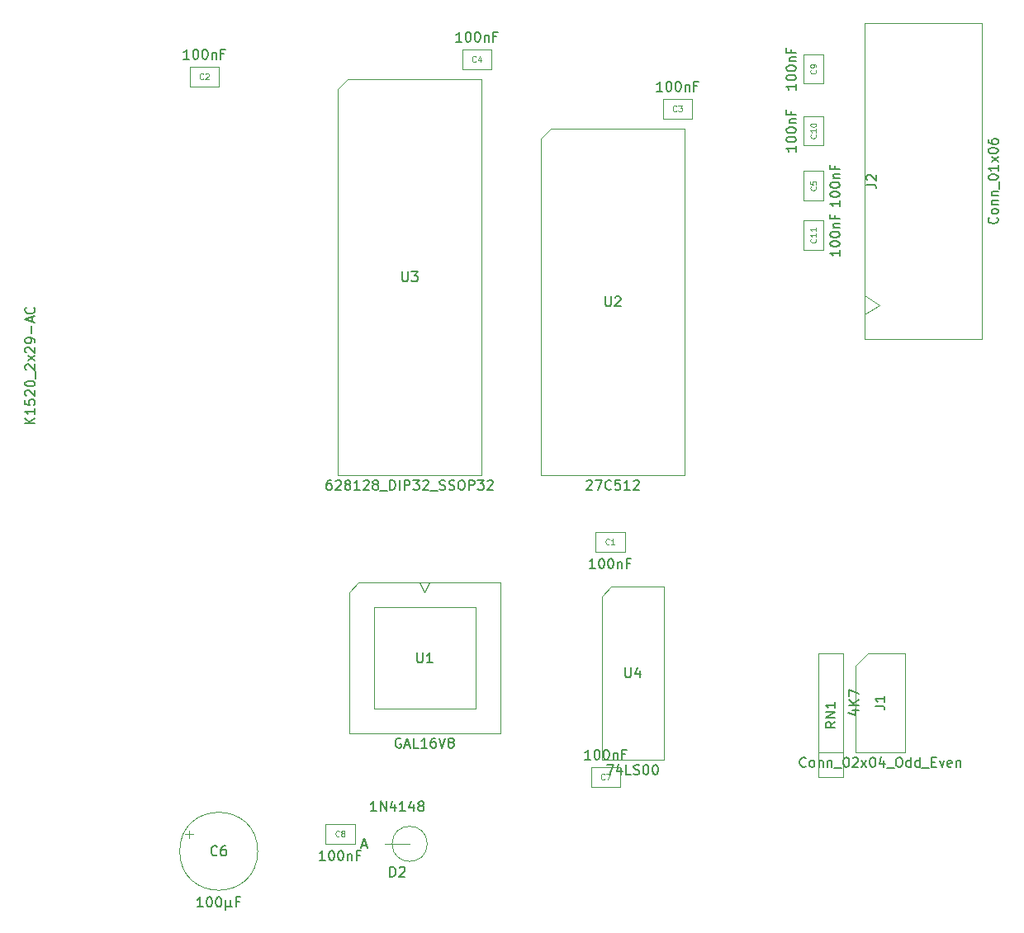
<source format=gbr>
%TF.GenerationSoftware,KiCad,Pcbnew,(5.1.10)-1*%
%TF.CreationDate,2024-12-04T14:35:01+01:00*%
%TF.ProjectId,BasicROM,42617369-6352-44f4-9d2e-6b696361645f,rev?*%
%TF.SameCoordinates,Original*%
%TF.FileFunction,Other,Fab,Top*%
%FSLAX46Y46*%
G04 Gerber Fmt 4.6, Leading zero omitted, Abs format (unit mm)*
G04 Created by KiCad (PCBNEW (5.1.10)-1) date 2024-12-04 14:35:01*
%MOMM*%
%LPD*%
G01*
G04 APERTURE LIST*
%ADD10C,0.100000*%
%ADD11C,0.150000*%
%ADD12C,0.090000*%
G04 APERTURE END LIST*
D10*
%TO.C,U4*%
X136763000Y-114046000D02*
X142113000Y-114046000D01*
X142113000Y-114046000D02*
X142113000Y-131826000D01*
X142113000Y-131826000D02*
X135763000Y-131826000D01*
X135763000Y-131826000D02*
X135763000Y-115046000D01*
X135763000Y-115046000D02*
X136763000Y-114046000D01*
%TO.C,C7*%
X137664000Y-134604000D02*
X137664000Y-132604000D01*
X137664000Y-132604000D02*
X134664000Y-132604000D01*
X134664000Y-132604000D02*
X134664000Y-134604000D01*
X134664000Y-134604000D02*
X137664000Y-134604000D01*
%TO.C,C5*%
X156480000Y-74418000D02*
X158480000Y-74418000D01*
X158480000Y-74418000D02*
X158480000Y-71418000D01*
X158480000Y-71418000D02*
X156480000Y-71418000D01*
X156480000Y-71418000D02*
X156480000Y-74418000D01*
%TO.C,J2*%
X164251000Y-85148000D02*
X162751000Y-86098000D01*
X162751000Y-84198000D02*
X164251000Y-85148000D01*
X162751000Y-56208000D02*
X162751000Y-88688000D01*
X174751000Y-56208000D02*
X162751000Y-56208000D01*
X174751000Y-88688000D02*
X174751000Y-56208000D01*
X162751000Y-88688000D02*
X174751000Y-88688000D01*
%TO.C,C11*%
X156480000Y-76498000D02*
X156480000Y-79498000D01*
X158480000Y-76498000D02*
X156480000Y-76498000D01*
X158480000Y-79498000D02*
X158480000Y-76498000D01*
X156480000Y-79498000D02*
X158480000Y-79498000D01*
%TO.C,C10*%
X158480000Y-68790000D02*
X158480000Y-65790000D01*
X156480000Y-68790000D02*
X158480000Y-68790000D01*
X156480000Y-65790000D02*
X156480000Y-68790000D01*
X158480000Y-65790000D02*
X156480000Y-65790000D01*
%TO.C,C9*%
X158480000Y-62440000D02*
X158480000Y-59440000D01*
X156480000Y-62440000D02*
X158480000Y-62440000D01*
X156480000Y-59440000D02*
X156480000Y-62440000D01*
X158480000Y-59440000D02*
X156480000Y-59440000D01*
%TO.C,U1*%
X117602000Y-114662000D02*
X118102000Y-113662000D01*
X117102000Y-113662000D02*
X117602000Y-114662000D01*
X122812000Y-116202000D02*
X112392000Y-116202000D01*
X122812000Y-126622000D02*
X122812000Y-116202000D01*
X112392000Y-126622000D02*
X122812000Y-126622000D01*
X112392000Y-116202000D02*
X112392000Y-126622000D01*
X125352000Y-113662000D02*
X110852000Y-113662000D01*
X125352000Y-129162000D02*
X125352000Y-113662000D01*
X109852000Y-129162000D02*
X125352000Y-129162000D01*
X109852000Y-114662000D02*
X109852000Y-129162000D01*
X110852000Y-113662000D02*
X109852000Y-114662000D01*
%TO.C,C3*%
X145030000Y-66024000D02*
X145030000Y-64024000D01*
X145030000Y-64024000D02*
X142030000Y-64024000D01*
X142030000Y-64024000D02*
X142030000Y-66024000D01*
X142030000Y-66024000D02*
X145030000Y-66024000D01*
%TO.C,U3*%
X109713000Y-61976000D02*
X123443000Y-61976000D01*
X123443000Y-61976000D02*
X123443000Y-102616000D01*
X123443000Y-102616000D02*
X108713000Y-102616000D01*
X108713000Y-102616000D02*
X108713000Y-62976000D01*
X108713000Y-62976000D02*
X109713000Y-61976000D01*
%TO.C,U2*%
X130541000Y-67056000D02*
X144271000Y-67056000D01*
X144271000Y-67056000D02*
X144271000Y-102616000D01*
X144271000Y-102616000D02*
X129541000Y-102616000D01*
X129541000Y-102616000D02*
X129541000Y-68056000D01*
X129541000Y-68056000D02*
X130541000Y-67056000D01*
%TO.C,RN1*%
X158008000Y-133624000D02*
X160508000Y-133624000D01*
X160508000Y-133624000D02*
X160508000Y-120884000D01*
X160508000Y-120884000D02*
X158008000Y-120884000D01*
X158008000Y-120884000D02*
X158008000Y-133624000D01*
X158008000Y-131064000D02*
X160508000Y-131064000D01*
%TO.C,J1*%
X163068000Y-120904000D02*
X166878000Y-120904000D01*
X166878000Y-120904000D02*
X166878000Y-131064000D01*
X166878000Y-131064000D02*
X161798000Y-131064000D01*
X161798000Y-131064000D02*
X161798000Y-122174000D01*
X161798000Y-122174000D02*
X163068000Y-120904000D01*
%TO.C,D2*%
X117878000Y-140462000D02*
G75*
G03*
X117878000Y-140462000I-1800000J0D01*
G01*
X116078000Y-140462000D02*
X113538000Y-140462000D01*
%TO.C,C8*%
X107446000Y-138446000D02*
X107446000Y-140446000D01*
X107446000Y-140446000D02*
X110446000Y-140446000D01*
X110446000Y-140446000D02*
X110446000Y-138446000D01*
X110446000Y-138446000D02*
X107446000Y-138446000D01*
%TO.C,C6*%
X100500000Y-141224000D02*
G75*
G03*
X100500000Y-141224000I-4000000J0D01*
G01*
X93073241Y-139476500D02*
X93873241Y-139476500D01*
X93473241Y-139076500D02*
X93473241Y-139876500D01*
%TO.C,C4*%
X124456000Y-60944000D02*
X124456000Y-58944000D01*
X124456000Y-58944000D02*
X121456000Y-58944000D01*
X121456000Y-58944000D02*
X121456000Y-60944000D01*
X121456000Y-60944000D02*
X124456000Y-60944000D01*
%TO.C,C2*%
X96516000Y-62722000D02*
X96516000Y-60722000D01*
X96516000Y-60722000D02*
X93516000Y-60722000D01*
X93516000Y-60722000D02*
X93516000Y-62722000D01*
X93516000Y-62722000D02*
X96516000Y-62722000D01*
%TO.C,C1*%
X135132000Y-108474000D02*
X135132000Y-110474000D01*
X135132000Y-110474000D02*
X138132000Y-110474000D01*
X138132000Y-110474000D02*
X138132000Y-108474000D01*
X138132000Y-108474000D02*
X135132000Y-108474000D01*
%TD*%
%TO.C,U4*%
D11*
X136295142Y-132338380D02*
X136961809Y-132338380D01*
X136533238Y-133338380D01*
X137771333Y-132671714D02*
X137771333Y-133338380D01*
X137533238Y-132290761D02*
X137295142Y-133005047D01*
X137914190Y-133005047D01*
X138771333Y-133338380D02*
X138295142Y-133338380D01*
X138295142Y-132338380D01*
X139057047Y-133290761D02*
X139199904Y-133338380D01*
X139438000Y-133338380D01*
X139533238Y-133290761D01*
X139580857Y-133243142D01*
X139628476Y-133147904D01*
X139628476Y-133052666D01*
X139580857Y-132957428D01*
X139533238Y-132909809D01*
X139438000Y-132862190D01*
X139247523Y-132814571D01*
X139152285Y-132766952D01*
X139104666Y-132719333D01*
X139057047Y-132624095D01*
X139057047Y-132528857D01*
X139104666Y-132433619D01*
X139152285Y-132386000D01*
X139247523Y-132338380D01*
X139485619Y-132338380D01*
X139628476Y-132386000D01*
X140247523Y-132338380D02*
X140342761Y-132338380D01*
X140438000Y-132386000D01*
X140485619Y-132433619D01*
X140533238Y-132528857D01*
X140580857Y-132719333D01*
X140580857Y-132957428D01*
X140533238Y-133147904D01*
X140485619Y-133243142D01*
X140438000Y-133290761D01*
X140342761Y-133338380D01*
X140247523Y-133338380D01*
X140152285Y-133290761D01*
X140104666Y-133243142D01*
X140057047Y-133147904D01*
X140009428Y-132957428D01*
X140009428Y-132719333D01*
X140057047Y-132528857D01*
X140104666Y-132433619D01*
X140152285Y-132386000D01*
X140247523Y-132338380D01*
X141199904Y-132338380D02*
X141295142Y-132338380D01*
X141390380Y-132386000D01*
X141438000Y-132433619D01*
X141485619Y-132528857D01*
X141533238Y-132719333D01*
X141533238Y-132957428D01*
X141485619Y-133147904D01*
X141438000Y-133243142D01*
X141390380Y-133290761D01*
X141295142Y-133338380D01*
X141199904Y-133338380D01*
X141104666Y-133290761D01*
X141057047Y-133243142D01*
X141009428Y-133147904D01*
X140961809Y-132957428D01*
X140961809Y-132719333D01*
X141009428Y-132528857D01*
X141057047Y-132433619D01*
X141104666Y-132386000D01*
X141199904Y-132338380D01*
X138176095Y-122388380D02*
X138176095Y-123197904D01*
X138223714Y-123293142D01*
X138271333Y-123340761D01*
X138366571Y-123388380D01*
X138557047Y-123388380D01*
X138652285Y-123340761D01*
X138699904Y-123293142D01*
X138747523Y-123197904D01*
X138747523Y-122388380D01*
X139652285Y-122721714D02*
X139652285Y-123388380D01*
X139414190Y-122340761D02*
X139176095Y-123055047D01*
X139795142Y-123055047D01*
%TO.C,C7*%
X134616380Y-131806380D02*
X134044952Y-131806380D01*
X134330666Y-131806380D02*
X134330666Y-130806380D01*
X134235428Y-130949238D01*
X134140190Y-131044476D01*
X134044952Y-131092095D01*
X135235428Y-130806380D02*
X135330666Y-130806380D01*
X135425904Y-130854000D01*
X135473523Y-130901619D01*
X135521142Y-130996857D01*
X135568761Y-131187333D01*
X135568761Y-131425428D01*
X135521142Y-131615904D01*
X135473523Y-131711142D01*
X135425904Y-131758761D01*
X135330666Y-131806380D01*
X135235428Y-131806380D01*
X135140190Y-131758761D01*
X135092571Y-131711142D01*
X135044952Y-131615904D01*
X134997333Y-131425428D01*
X134997333Y-131187333D01*
X135044952Y-130996857D01*
X135092571Y-130901619D01*
X135140190Y-130854000D01*
X135235428Y-130806380D01*
X136187809Y-130806380D02*
X136283047Y-130806380D01*
X136378285Y-130854000D01*
X136425904Y-130901619D01*
X136473523Y-130996857D01*
X136521142Y-131187333D01*
X136521142Y-131425428D01*
X136473523Y-131615904D01*
X136425904Y-131711142D01*
X136378285Y-131758761D01*
X136283047Y-131806380D01*
X136187809Y-131806380D01*
X136092571Y-131758761D01*
X136044952Y-131711142D01*
X135997333Y-131615904D01*
X135949714Y-131425428D01*
X135949714Y-131187333D01*
X135997333Y-130996857D01*
X136044952Y-130901619D01*
X136092571Y-130854000D01*
X136187809Y-130806380D01*
X136949714Y-131139714D02*
X136949714Y-131806380D01*
X136949714Y-131234952D02*
X136997333Y-131187333D01*
X137092571Y-131139714D01*
X137235428Y-131139714D01*
X137330666Y-131187333D01*
X137378285Y-131282571D01*
X137378285Y-131806380D01*
X138187809Y-131282571D02*
X137854476Y-131282571D01*
X137854476Y-131806380D02*
X137854476Y-130806380D01*
X138330666Y-130806380D01*
D12*
X136064000Y-133818285D02*
X136035428Y-133846857D01*
X135949714Y-133875428D01*
X135892571Y-133875428D01*
X135806857Y-133846857D01*
X135749714Y-133789714D01*
X135721142Y-133732571D01*
X135692571Y-133618285D01*
X135692571Y-133532571D01*
X135721142Y-133418285D01*
X135749714Y-133361142D01*
X135806857Y-133304000D01*
X135892571Y-133275428D01*
X135949714Y-133275428D01*
X136035428Y-133304000D01*
X136064000Y-133332571D01*
X136264000Y-133275428D02*
X136664000Y-133275428D01*
X136406857Y-133875428D01*
%TO.C,C5*%
D11*
X160182380Y-74465619D02*
X160182380Y-75037047D01*
X160182380Y-74751333D02*
X159182380Y-74751333D01*
X159325238Y-74846571D01*
X159420476Y-74941809D01*
X159468095Y-75037047D01*
X159182380Y-73846571D02*
X159182380Y-73751333D01*
X159230000Y-73656095D01*
X159277619Y-73608476D01*
X159372857Y-73560857D01*
X159563333Y-73513238D01*
X159801428Y-73513238D01*
X159991904Y-73560857D01*
X160087142Y-73608476D01*
X160134761Y-73656095D01*
X160182380Y-73751333D01*
X160182380Y-73846571D01*
X160134761Y-73941809D01*
X160087142Y-73989428D01*
X159991904Y-74037047D01*
X159801428Y-74084666D01*
X159563333Y-74084666D01*
X159372857Y-74037047D01*
X159277619Y-73989428D01*
X159230000Y-73941809D01*
X159182380Y-73846571D01*
X159182380Y-72894190D02*
X159182380Y-72798952D01*
X159230000Y-72703714D01*
X159277619Y-72656095D01*
X159372857Y-72608476D01*
X159563333Y-72560857D01*
X159801428Y-72560857D01*
X159991904Y-72608476D01*
X160087142Y-72656095D01*
X160134761Y-72703714D01*
X160182380Y-72798952D01*
X160182380Y-72894190D01*
X160134761Y-72989428D01*
X160087142Y-73037047D01*
X159991904Y-73084666D01*
X159801428Y-73132285D01*
X159563333Y-73132285D01*
X159372857Y-73084666D01*
X159277619Y-73037047D01*
X159230000Y-72989428D01*
X159182380Y-72894190D01*
X159515714Y-72132285D02*
X160182380Y-72132285D01*
X159610952Y-72132285D02*
X159563333Y-72084666D01*
X159515714Y-71989428D01*
X159515714Y-71846571D01*
X159563333Y-71751333D01*
X159658571Y-71703714D01*
X160182380Y-71703714D01*
X159658571Y-70894190D02*
X159658571Y-71227523D01*
X160182380Y-71227523D02*
X159182380Y-71227523D01*
X159182380Y-70751333D01*
D12*
X157694285Y-73018000D02*
X157722857Y-73046571D01*
X157751428Y-73132285D01*
X157751428Y-73189428D01*
X157722857Y-73275142D01*
X157665714Y-73332285D01*
X157608571Y-73360857D01*
X157494285Y-73389428D01*
X157408571Y-73389428D01*
X157294285Y-73360857D01*
X157237142Y-73332285D01*
X157180000Y-73275142D01*
X157151428Y-73189428D01*
X157151428Y-73132285D01*
X157180000Y-73046571D01*
X157208571Y-73018000D01*
X157151428Y-72475142D02*
X157151428Y-72760857D01*
X157437142Y-72789428D01*
X157408571Y-72760857D01*
X157380000Y-72703714D01*
X157380000Y-72560857D01*
X157408571Y-72503714D01*
X157437142Y-72475142D01*
X157494285Y-72446571D01*
X157637142Y-72446571D01*
X157694285Y-72475142D01*
X157722857Y-72503714D01*
X157751428Y-72560857D01*
X157751428Y-72703714D01*
X157722857Y-72760857D01*
X157694285Y-72789428D01*
%TO.C,J2*%
D11*
X176308142Y-76186095D02*
X176355761Y-76233714D01*
X176403380Y-76376571D01*
X176403380Y-76471809D01*
X176355761Y-76614666D01*
X176260523Y-76709904D01*
X176165285Y-76757523D01*
X175974809Y-76805142D01*
X175831952Y-76805142D01*
X175641476Y-76757523D01*
X175546238Y-76709904D01*
X175451000Y-76614666D01*
X175403380Y-76471809D01*
X175403380Y-76376571D01*
X175451000Y-76233714D01*
X175498619Y-76186095D01*
X176403380Y-75614666D02*
X176355761Y-75709904D01*
X176308142Y-75757523D01*
X176212904Y-75805142D01*
X175927190Y-75805142D01*
X175831952Y-75757523D01*
X175784333Y-75709904D01*
X175736714Y-75614666D01*
X175736714Y-75471809D01*
X175784333Y-75376571D01*
X175831952Y-75328952D01*
X175927190Y-75281333D01*
X176212904Y-75281333D01*
X176308142Y-75328952D01*
X176355761Y-75376571D01*
X176403380Y-75471809D01*
X176403380Y-75614666D01*
X175736714Y-74852761D02*
X176403380Y-74852761D01*
X175831952Y-74852761D02*
X175784333Y-74805142D01*
X175736714Y-74709904D01*
X175736714Y-74567047D01*
X175784333Y-74471809D01*
X175879571Y-74424190D01*
X176403380Y-74424190D01*
X175736714Y-73948000D02*
X176403380Y-73948000D01*
X175831952Y-73948000D02*
X175784333Y-73900380D01*
X175736714Y-73805142D01*
X175736714Y-73662285D01*
X175784333Y-73567047D01*
X175879571Y-73519428D01*
X176403380Y-73519428D01*
X176498619Y-73281333D02*
X176498619Y-72519428D01*
X175403380Y-72090857D02*
X175403380Y-71995619D01*
X175451000Y-71900380D01*
X175498619Y-71852761D01*
X175593857Y-71805142D01*
X175784333Y-71757523D01*
X176022428Y-71757523D01*
X176212904Y-71805142D01*
X176308142Y-71852761D01*
X176355761Y-71900380D01*
X176403380Y-71995619D01*
X176403380Y-72090857D01*
X176355761Y-72186095D01*
X176308142Y-72233714D01*
X176212904Y-72281333D01*
X176022428Y-72328952D01*
X175784333Y-72328952D01*
X175593857Y-72281333D01*
X175498619Y-72233714D01*
X175451000Y-72186095D01*
X175403380Y-72090857D01*
X176403380Y-70805142D02*
X176403380Y-71376571D01*
X176403380Y-71090857D02*
X175403380Y-71090857D01*
X175546238Y-71186095D01*
X175641476Y-71281333D01*
X175689095Y-71376571D01*
X176403380Y-70471809D02*
X175736714Y-69948000D01*
X175736714Y-70471809D02*
X176403380Y-69948000D01*
X175403380Y-69376571D02*
X175403380Y-69281333D01*
X175451000Y-69186095D01*
X175498619Y-69138476D01*
X175593857Y-69090857D01*
X175784333Y-69043238D01*
X176022428Y-69043238D01*
X176212904Y-69090857D01*
X176308142Y-69138476D01*
X176355761Y-69186095D01*
X176403380Y-69281333D01*
X176403380Y-69376571D01*
X176355761Y-69471809D01*
X176308142Y-69519428D01*
X176212904Y-69567047D01*
X176022428Y-69614666D01*
X175784333Y-69614666D01*
X175593857Y-69567047D01*
X175498619Y-69519428D01*
X175451000Y-69471809D01*
X175403380Y-69376571D01*
X175403380Y-68186095D02*
X175403380Y-68376571D01*
X175451000Y-68471809D01*
X175498619Y-68519428D01*
X175641476Y-68614666D01*
X175831952Y-68662285D01*
X176212904Y-68662285D01*
X176308142Y-68614666D01*
X176355761Y-68567047D01*
X176403380Y-68471809D01*
X176403380Y-68281333D01*
X176355761Y-68186095D01*
X176308142Y-68138476D01*
X176212904Y-68090857D01*
X175974809Y-68090857D01*
X175879571Y-68138476D01*
X175831952Y-68186095D01*
X175784333Y-68281333D01*
X175784333Y-68471809D01*
X175831952Y-68567047D01*
X175879571Y-68614666D01*
X175974809Y-68662285D01*
X162903380Y-72781333D02*
X163617666Y-72781333D01*
X163760523Y-72828952D01*
X163855761Y-72924190D01*
X163903380Y-73067047D01*
X163903380Y-73162285D01*
X162998619Y-72352761D02*
X162951000Y-72305142D01*
X162903380Y-72209904D01*
X162903380Y-71971809D01*
X162951000Y-71876571D01*
X162998619Y-71828952D01*
X163093857Y-71781333D01*
X163189095Y-71781333D01*
X163331952Y-71828952D01*
X163903380Y-72400380D01*
X163903380Y-71781333D01*
%TO.C,C11*%
X160182380Y-79545619D02*
X160182380Y-80117047D01*
X160182380Y-79831333D02*
X159182380Y-79831333D01*
X159325238Y-79926571D01*
X159420476Y-80021809D01*
X159468095Y-80117047D01*
X159182380Y-78926571D02*
X159182380Y-78831333D01*
X159230000Y-78736095D01*
X159277619Y-78688476D01*
X159372857Y-78640857D01*
X159563333Y-78593238D01*
X159801428Y-78593238D01*
X159991904Y-78640857D01*
X160087142Y-78688476D01*
X160134761Y-78736095D01*
X160182380Y-78831333D01*
X160182380Y-78926571D01*
X160134761Y-79021809D01*
X160087142Y-79069428D01*
X159991904Y-79117047D01*
X159801428Y-79164666D01*
X159563333Y-79164666D01*
X159372857Y-79117047D01*
X159277619Y-79069428D01*
X159230000Y-79021809D01*
X159182380Y-78926571D01*
X159182380Y-77974190D02*
X159182380Y-77878952D01*
X159230000Y-77783714D01*
X159277619Y-77736095D01*
X159372857Y-77688476D01*
X159563333Y-77640857D01*
X159801428Y-77640857D01*
X159991904Y-77688476D01*
X160087142Y-77736095D01*
X160134761Y-77783714D01*
X160182380Y-77878952D01*
X160182380Y-77974190D01*
X160134761Y-78069428D01*
X160087142Y-78117047D01*
X159991904Y-78164666D01*
X159801428Y-78212285D01*
X159563333Y-78212285D01*
X159372857Y-78164666D01*
X159277619Y-78117047D01*
X159230000Y-78069428D01*
X159182380Y-77974190D01*
X159515714Y-77212285D02*
X160182380Y-77212285D01*
X159610952Y-77212285D02*
X159563333Y-77164666D01*
X159515714Y-77069428D01*
X159515714Y-76926571D01*
X159563333Y-76831333D01*
X159658571Y-76783714D01*
X160182380Y-76783714D01*
X159658571Y-75974190D02*
X159658571Y-76307523D01*
X160182380Y-76307523D02*
X159182380Y-76307523D01*
X159182380Y-75831333D01*
D12*
X157694285Y-78383714D02*
X157722857Y-78412285D01*
X157751428Y-78498000D01*
X157751428Y-78555142D01*
X157722857Y-78640857D01*
X157665714Y-78698000D01*
X157608571Y-78726571D01*
X157494285Y-78755142D01*
X157408571Y-78755142D01*
X157294285Y-78726571D01*
X157237142Y-78698000D01*
X157180000Y-78640857D01*
X157151428Y-78555142D01*
X157151428Y-78498000D01*
X157180000Y-78412285D01*
X157208571Y-78383714D01*
X157751428Y-77812285D02*
X157751428Y-78155142D01*
X157751428Y-77983714D02*
X157151428Y-77983714D01*
X157237142Y-78040857D01*
X157294285Y-78098000D01*
X157322857Y-78155142D01*
X157751428Y-77240857D02*
X157751428Y-77583714D01*
X157751428Y-77412285D02*
X157151428Y-77412285D01*
X157237142Y-77469428D01*
X157294285Y-77526571D01*
X157322857Y-77583714D01*
%TO.C,C10*%
D11*
X155682380Y-68837619D02*
X155682380Y-69409047D01*
X155682380Y-69123333D02*
X154682380Y-69123333D01*
X154825238Y-69218571D01*
X154920476Y-69313809D01*
X154968095Y-69409047D01*
X154682380Y-68218571D02*
X154682380Y-68123333D01*
X154730000Y-68028095D01*
X154777619Y-67980476D01*
X154872857Y-67932857D01*
X155063333Y-67885238D01*
X155301428Y-67885238D01*
X155491904Y-67932857D01*
X155587142Y-67980476D01*
X155634761Y-68028095D01*
X155682380Y-68123333D01*
X155682380Y-68218571D01*
X155634761Y-68313809D01*
X155587142Y-68361428D01*
X155491904Y-68409047D01*
X155301428Y-68456666D01*
X155063333Y-68456666D01*
X154872857Y-68409047D01*
X154777619Y-68361428D01*
X154730000Y-68313809D01*
X154682380Y-68218571D01*
X154682380Y-67266190D02*
X154682380Y-67170952D01*
X154730000Y-67075714D01*
X154777619Y-67028095D01*
X154872857Y-66980476D01*
X155063333Y-66932857D01*
X155301428Y-66932857D01*
X155491904Y-66980476D01*
X155587142Y-67028095D01*
X155634761Y-67075714D01*
X155682380Y-67170952D01*
X155682380Y-67266190D01*
X155634761Y-67361428D01*
X155587142Y-67409047D01*
X155491904Y-67456666D01*
X155301428Y-67504285D01*
X155063333Y-67504285D01*
X154872857Y-67456666D01*
X154777619Y-67409047D01*
X154730000Y-67361428D01*
X154682380Y-67266190D01*
X155015714Y-66504285D02*
X155682380Y-66504285D01*
X155110952Y-66504285D02*
X155063333Y-66456666D01*
X155015714Y-66361428D01*
X155015714Y-66218571D01*
X155063333Y-66123333D01*
X155158571Y-66075714D01*
X155682380Y-66075714D01*
X155158571Y-65266190D02*
X155158571Y-65599523D01*
X155682380Y-65599523D02*
X154682380Y-65599523D01*
X154682380Y-65123333D01*
D12*
X157694285Y-67675714D02*
X157722857Y-67704285D01*
X157751428Y-67790000D01*
X157751428Y-67847142D01*
X157722857Y-67932857D01*
X157665714Y-67990000D01*
X157608571Y-68018571D01*
X157494285Y-68047142D01*
X157408571Y-68047142D01*
X157294285Y-68018571D01*
X157237142Y-67990000D01*
X157180000Y-67932857D01*
X157151428Y-67847142D01*
X157151428Y-67790000D01*
X157180000Y-67704285D01*
X157208571Y-67675714D01*
X157751428Y-67104285D02*
X157751428Y-67447142D01*
X157751428Y-67275714D02*
X157151428Y-67275714D01*
X157237142Y-67332857D01*
X157294285Y-67390000D01*
X157322857Y-67447142D01*
X157151428Y-66732857D02*
X157151428Y-66675714D01*
X157180000Y-66618571D01*
X157208571Y-66590000D01*
X157265714Y-66561428D01*
X157380000Y-66532857D01*
X157522857Y-66532857D01*
X157637142Y-66561428D01*
X157694285Y-66590000D01*
X157722857Y-66618571D01*
X157751428Y-66675714D01*
X157751428Y-66732857D01*
X157722857Y-66790000D01*
X157694285Y-66818571D01*
X157637142Y-66847142D01*
X157522857Y-66875714D01*
X157380000Y-66875714D01*
X157265714Y-66847142D01*
X157208571Y-66818571D01*
X157180000Y-66790000D01*
X157151428Y-66732857D01*
%TO.C,C9*%
D11*
X155682380Y-62487619D02*
X155682380Y-63059047D01*
X155682380Y-62773333D02*
X154682380Y-62773333D01*
X154825238Y-62868571D01*
X154920476Y-62963809D01*
X154968095Y-63059047D01*
X154682380Y-61868571D02*
X154682380Y-61773333D01*
X154730000Y-61678095D01*
X154777619Y-61630476D01*
X154872857Y-61582857D01*
X155063333Y-61535238D01*
X155301428Y-61535238D01*
X155491904Y-61582857D01*
X155587142Y-61630476D01*
X155634761Y-61678095D01*
X155682380Y-61773333D01*
X155682380Y-61868571D01*
X155634761Y-61963809D01*
X155587142Y-62011428D01*
X155491904Y-62059047D01*
X155301428Y-62106666D01*
X155063333Y-62106666D01*
X154872857Y-62059047D01*
X154777619Y-62011428D01*
X154730000Y-61963809D01*
X154682380Y-61868571D01*
X154682380Y-60916190D02*
X154682380Y-60820952D01*
X154730000Y-60725714D01*
X154777619Y-60678095D01*
X154872857Y-60630476D01*
X155063333Y-60582857D01*
X155301428Y-60582857D01*
X155491904Y-60630476D01*
X155587142Y-60678095D01*
X155634761Y-60725714D01*
X155682380Y-60820952D01*
X155682380Y-60916190D01*
X155634761Y-61011428D01*
X155587142Y-61059047D01*
X155491904Y-61106666D01*
X155301428Y-61154285D01*
X155063333Y-61154285D01*
X154872857Y-61106666D01*
X154777619Y-61059047D01*
X154730000Y-61011428D01*
X154682380Y-60916190D01*
X155015714Y-60154285D02*
X155682380Y-60154285D01*
X155110952Y-60154285D02*
X155063333Y-60106666D01*
X155015714Y-60011428D01*
X155015714Y-59868571D01*
X155063333Y-59773333D01*
X155158571Y-59725714D01*
X155682380Y-59725714D01*
X155158571Y-58916190D02*
X155158571Y-59249523D01*
X155682380Y-59249523D02*
X154682380Y-59249523D01*
X154682380Y-58773333D01*
D12*
X157694285Y-61040000D02*
X157722857Y-61068571D01*
X157751428Y-61154285D01*
X157751428Y-61211428D01*
X157722857Y-61297142D01*
X157665714Y-61354285D01*
X157608571Y-61382857D01*
X157494285Y-61411428D01*
X157408571Y-61411428D01*
X157294285Y-61382857D01*
X157237142Y-61354285D01*
X157180000Y-61297142D01*
X157151428Y-61211428D01*
X157151428Y-61154285D01*
X157180000Y-61068571D01*
X157208571Y-61040000D01*
X157751428Y-60754285D02*
X157751428Y-60640000D01*
X157722857Y-60582857D01*
X157694285Y-60554285D01*
X157608571Y-60497142D01*
X157494285Y-60468571D01*
X157265714Y-60468571D01*
X157208571Y-60497142D01*
X157180000Y-60525714D01*
X157151428Y-60582857D01*
X157151428Y-60697142D01*
X157180000Y-60754285D01*
X157208571Y-60782857D01*
X157265714Y-60811428D01*
X157408571Y-60811428D01*
X157465714Y-60782857D01*
X157494285Y-60754285D01*
X157522857Y-60697142D01*
X157522857Y-60582857D01*
X157494285Y-60525714D01*
X157465714Y-60497142D01*
X157408571Y-60468571D01*
%TO.C,U1*%
D11*
X115173428Y-129662000D02*
X115078190Y-129614380D01*
X114935333Y-129614380D01*
X114792476Y-129662000D01*
X114697238Y-129757238D01*
X114649619Y-129852476D01*
X114602000Y-130042952D01*
X114602000Y-130185809D01*
X114649619Y-130376285D01*
X114697238Y-130471523D01*
X114792476Y-130566761D01*
X114935333Y-130614380D01*
X115030571Y-130614380D01*
X115173428Y-130566761D01*
X115221047Y-130519142D01*
X115221047Y-130185809D01*
X115030571Y-130185809D01*
X115602000Y-130328666D02*
X116078190Y-130328666D01*
X115506761Y-130614380D02*
X115840095Y-129614380D01*
X116173428Y-130614380D01*
X116982952Y-130614380D02*
X116506761Y-130614380D01*
X116506761Y-129614380D01*
X117840095Y-130614380D02*
X117268666Y-130614380D01*
X117554380Y-130614380D02*
X117554380Y-129614380D01*
X117459142Y-129757238D01*
X117363904Y-129852476D01*
X117268666Y-129900095D01*
X118697238Y-129614380D02*
X118506761Y-129614380D01*
X118411523Y-129662000D01*
X118363904Y-129709619D01*
X118268666Y-129852476D01*
X118221047Y-130042952D01*
X118221047Y-130423904D01*
X118268666Y-130519142D01*
X118316285Y-130566761D01*
X118411523Y-130614380D01*
X118602000Y-130614380D01*
X118697238Y-130566761D01*
X118744857Y-130519142D01*
X118792476Y-130423904D01*
X118792476Y-130185809D01*
X118744857Y-130090571D01*
X118697238Y-130042952D01*
X118602000Y-129995333D01*
X118411523Y-129995333D01*
X118316285Y-130042952D01*
X118268666Y-130090571D01*
X118221047Y-130185809D01*
X119078190Y-129614380D02*
X119411523Y-130614380D01*
X119744857Y-129614380D01*
X120221047Y-130042952D02*
X120125809Y-129995333D01*
X120078190Y-129947714D01*
X120030571Y-129852476D01*
X120030571Y-129804857D01*
X120078190Y-129709619D01*
X120125809Y-129662000D01*
X120221047Y-129614380D01*
X120411523Y-129614380D01*
X120506761Y-129662000D01*
X120554380Y-129709619D01*
X120602000Y-129804857D01*
X120602000Y-129852476D01*
X120554380Y-129947714D01*
X120506761Y-129995333D01*
X120411523Y-130042952D01*
X120221047Y-130042952D01*
X120125809Y-130090571D01*
X120078190Y-130138190D01*
X120030571Y-130233428D01*
X120030571Y-130423904D01*
X120078190Y-130519142D01*
X120125809Y-130566761D01*
X120221047Y-130614380D01*
X120411523Y-130614380D01*
X120506761Y-130566761D01*
X120554380Y-130519142D01*
X120602000Y-130423904D01*
X120602000Y-130233428D01*
X120554380Y-130138190D01*
X120506761Y-130090571D01*
X120411523Y-130042952D01*
X116840095Y-120864380D02*
X116840095Y-121673904D01*
X116887714Y-121769142D01*
X116935333Y-121816761D01*
X117030571Y-121864380D01*
X117221047Y-121864380D01*
X117316285Y-121816761D01*
X117363904Y-121769142D01*
X117411523Y-121673904D01*
X117411523Y-120864380D01*
X118411523Y-121864380D02*
X117840095Y-121864380D01*
X118125809Y-121864380D02*
X118125809Y-120864380D01*
X118030571Y-121007238D01*
X117935333Y-121102476D01*
X117840095Y-121150095D01*
%TO.C,C3*%
X141982380Y-63226380D02*
X141410952Y-63226380D01*
X141696666Y-63226380D02*
X141696666Y-62226380D01*
X141601428Y-62369238D01*
X141506190Y-62464476D01*
X141410952Y-62512095D01*
X142601428Y-62226380D02*
X142696666Y-62226380D01*
X142791904Y-62274000D01*
X142839523Y-62321619D01*
X142887142Y-62416857D01*
X142934761Y-62607333D01*
X142934761Y-62845428D01*
X142887142Y-63035904D01*
X142839523Y-63131142D01*
X142791904Y-63178761D01*
X142696666Y-63226380D01*
X142601428Y-63226380D01*
X142506190Y-63178761D01*
X142458571Y-63131142D01*
X142410952Y-63035904D01*
X142363333Y-62845428D01*
X142363333Y-62607333D01*
X142410952Y-62416857D01*
X142458571Y-62321619D01*
X142506190Y-62274000D01*
X142601428Y-62226380D01*
X143553809Y-62226380D02*
X143649047Y-62226380D01*
X143744285Y-62274000D01*
X143791904Y-62321619D01*
X143839523Y-62416857D01*
X143887142Y-62607333D01*
X143887142Y-62845428D01*
X143839523Y-63035904D01*
X143791904Y-63131142D01*
X143744285Y-63178761D01*
X143649047Y-63226380D01*
X143553809Y-63226380D01*
X143458571Y-63178761D01*
X143410952Y-63131142D01*
X143363333Y-63035904D01*
X143315714Y-62845428D01*
X143315714Y-62607333D01*
X143363333Y-62416857D01*
X143410952Y-62321619D01*
X143458571Y-62274000D01*
X143553809Y-62226380D01*
X144315714Y-62559714D02*
X144315714Y-63226380D01*
X144315714Y-62654952D02*
X144363333Y-62607333D01*
X144458571Y-62559714D01*
X144601428Y-62559714D01*
X144696666Y-62607333D01*
X144744285Y-62702571D01*
X144744285Y-63226380D01*
X145553809Y-62702571D02*
X145220476Y-62702571D01*
X145220476Y-63226380D02*
X145220476Y-62226380D01*
X145696666Y-62226380D01*
D12*
X143430000Y-65238285D02*
X143401428Y-65266857D01*
X143315714Y-65295428D01*
X143258571Y-65295428D01*
X143172857Y-65266857D01*
X143115714Y-65209714D01*
X143087142Y-65152571D01*
X143058571Y-65038285D01*
X143058571Y-64952571D01*
X143087142Y-64838285D01*
X143115714Y-64781142D01*
X143172857Y-64724000D01*
X143258571Y-64695428D01*
X143315714Y-64695428D01*
X143401428Y-64724000D01*
X143430000Y-64752571D01*
X143630000Y-64695428D02*
X144001428Y-64695428D01*
X143801428Y-64924000D01*
X143887142Y-64924000D01*
X143944285Y-64952571D01*
X143972857Y-64981142D01*
X144001428Y-65038285D01*
X144001428Y-65181142D01*
X143972857Y-65238285D01*
X143944285Y-65266857D01*
X143887142Y-65295428D01*
X143715714Y-65295428D01*
X143658571Y-65266857D01*
X143630000Y-65238285D01*
%TO.C,U3*%
D11*
X108006571Y-103128380D02*
X107816095Y-103128380D01*
X107720857Y-103176000D01*
X107673238Y-103223619D01*
X107578000Y-103366476D01*
X107530380Y-103556952D01*
X107530380Y-103937904D01*
X107578000Y-104033142D01*
X107625619Y-104080761D01*
X107720857Y-104128380D01*
X107911333Y-104128380D01*
X108006571Y-104080761D01*
X108054190Y-104033142D01*
X108101809Y-103937904D01*
X108101809Y-103699809D01*
X108054190Y-103604571D01*
X108006571Y-103556952D01*
X107911333Y-103509333D01*
X107720857Y-103509333D01*
X107625619Y-103556952D01*
X107578000Y-103604571D01*
X107530380Y-103699809D01*
X108482761Y-103223619D02*
X108530380Y-103176000D01*
X108625619Y-103128380D01*
X108863714Y-103128380D01*
X108958952Y-103176000D01*
X109006571Y-103223619D01*
X109054190Y-103318857D01*
X109054190Y-103414095D01*
X109006571Y-103556952D01*
X108435142Y-104128380D01*
X109054190Y-104128380D01*
X109625619Y-103556952D02*
X109530380Y-103509333D01*
X109482761Y-103461714D01*
X109435142Y-103366476D01*
X109435142Y-103318857D01*
X109482761Y-103223619D01*
X109530380Y-103176000D01*
X109625619Y-103128380D01*
X109816095Y-103128380D01*
X109911333Y-103176000D01*
X109958952Y-103223619D01*
X110006571Y-103318857D01*
X110006571Y-103366476D01*
X109958952Y-103461714D01*
X109911333Y-103509333D01*
X109816095Y-103556952D01*
X109625619Y-103556952D01*
X109530380Y-103604571D01*
X109482761Y-103652190D01*
X109435142Y-103747428D01*
X109435142Y-103937904D01*
X109482761Y-104033142D01*
X109530380Y-104080761D01*
X109625619Y-104128380D01*
X109816095Y-104128380D01*
X109911333Y-104080761D01*
X109958952Y-104033142D01*
X110006571Y-103937904D01*
X110006571Y-103747428D01*
X109958952Y-103652190D01*
X109911333Y-103604571D01*
X109816095Y-103556952D01*
X110958952Y-104128380D02*
X110387523Y-104128380D01*
X110673238Y-104128380D02*
X110673238Y-103128380D01*
X110578000Y-103271238D01*
X110482761Y-103366476D01*
X110387523Y-103414095D01*
X111339904Y-103223619D02*
X111387523Y-103176000D01*
X111482761Y-103128380D01*
X111720857Y-103128380D01*
X111816095Y-103176000D01*
X111863714Y-103223619D01*
X111911333Y-103318857D01*
X111911333Y-103414095D01*
X111863714Y-103556952D01*
X111292285Y-104128380D01*
X111911333Y-104128380D01*
X112482761Y-103556952D02*
X112387523Y-103509333D01*
X112339904Y-103461714D01*
X112292285Y-103366476D01*
X112292285Y-103318857D01*
X112339904Y-103223619D01*
X112387523Y-103176000D01*
X112482761Y-103128380D01*
X112673238Y-103128380D01*
X112768476Y-103176000D01*
X112816095Y-103223619D01*
X112863714Y-103318857D01*
X112863714Y-103366476D01*
X112816095Y-103461714D01*
X112768476Y-103509333D01*
X112673238Y-103556952D01*
X112482761Y-103556952D01*
X112387523Y-103604571D01*
X112339904Y-103652190D01*
X112292285Y-103747428D01*
X112292285Y-103937904D01*
X112339904Y-104033142D01*
X112387523Y-104080761D01*
X112482761Y-104128380D01*
X112673238Y-104128380D01*
X112768476Y-104080761D01*
X112816095Y-104033142D01*
X112863714Y-103937904D01*
X112863714Y-103747428D01*
X112816095Y-103652190D01*
X112768476Y-103604571D01*
X112673238Y-103556952D01*
X113054190Y-104223619D02*
X113816095Y-104223619D01*
X114054190Y-104128380D02*
X114054190Y-103128380D01*
X114292285Y-103128380D01*
X114435142Y-103176000D01*
X114530380Y-103271238D01*
X114578000Y-103366476D01*
X114625619Y-103556952D01*
X114625619Y-103699809D01*
X114578000Y-103890285D01*
X114530380Y-103985523D01*
X114435142Y-104080761D01*
X114292285Y-104128380D01*
X114054190Y-104128380D01*
X115054190Y-104128380D02*
X115054190Y-103128380D01*
X115530380Y-104128380D02*
X115530380Y-103128380D01*
X115911333Y-103128380D01*
X116006571Y-103176000D01*
X116054190Y-103223619D01*
X116101809Y-103318857D01*
X116101809Y-103461714D01*
X116054190Y-103556952D01*
X116006571Y-103604571D01*
X115911333Y-103652190D01*
X115530380Y-103652190D01*
X116435142Y-103128380D02*
X117054190Y-103128380D01*
X116720857Y-103509333D01*
X116863714Y-103509333D01*
X116958952Y-103556952D01*
X117006571Y-103604571D01*
X117054190Y-103699809D01*
X117054190Y-103937904D01*
X117006571Y-104033142D01*
X116958952Y-104080761D01*
X116863714Y-104128380D01*
X116578000Y-104128380D01*
X116482761Y-104080761D01*
X116435142Y-104033142D01*
X117435142Y-103223619D02*
X117482761Y-103176000D01*
X117578000Y-103128380D01*
X117816095Y-103128380D01*
X117911333Y-103176000D01*
X117958952Y-103223619D01*
X118006571Y-103318857D01*
X118006571Y-103414095D01*
X117958952Y-103556952D01*
X117387523Y-104128380D01*
X118006571Y-104128380D01*
X118197047Y-104223619D02*
X118958952Y-104223619D01*
X119149428Y-104080761D02*
X119292285Y-104128380D01*
X119530380Y-104128380D01*
X119625619Y-104080761D01*
X119673238Y-104033142D01*
X119720857Y-103937904D01*
X119720857Y-103842666D01*
X119673238Y-103747428D01*
X119625619Y-103699809D01*
X119530380Y-103652190D01*
X119339904Y-103604571D01*
X119244666Y-103556952D01*
X119197047Y-103509333D01*
X119149428Y-103414095D01*
X119149428Y-103318857D01*
X119197047Y-103223619D01*
X119244666Y-103176000D01*
X119339904Y-103128380D01*
X119578000Y-103128380D01*
X119720857Y-103176000D01*
X120101809Y-104080761D02*
X120244666Y-104128380D01*
X120482761Y-104128380D01*
X120578000Y-104080761D01*
X120625619Y-104033142D01*
X120673238Y-103937904D01*
X120673238Y-103842666D01*
X120625619Y-103747428D01*
X120578000Y-103699809D01*
X120482761Y-103652190D01*
X120292285Y-103604571D01*
X120197047Y-103556952D01*
X120149428Y-103509333D01*
X120101809Y-103414095D01*
X120101809Y-103318857D01*
X120149428Y-103223619D01*
X120197047Y-103176000D01*
X120292285Y-103128380D01*
X120530380Y-103128380D01*
X120673238Y-103176000D01*
X121292285Y-103128380D02*
X121482761Y-103128380D01*
X121578000Y-103176000D01*
X121673238Y-103271238D01*
X121720857Y-103461714D01*
X121720857Y-103795047D01*
X121673238Y-103985523D01*
X121578000Y-104080761D01*
X121482761Y-104128380D01*
X121292285Y-104128380D01*
X121197047Y-104080761D01*
X121101809Y-103985523D01*
X121054190Y-103795047D01*
X121054190Y-103461714D01*
X121101809Y-103271238D01*
X121197047Y-103176000D01*
X121292285Y-103128380D01*
X122149428Y-104128380D02*
X122149428Y-103128380D01*
X122530380Y-103128380D01*
X122625619Y-103176000D01*
X122673238Y-103223619D01*
X122720857Y-103318857D01*
X122720857Y-103461714D01*
X122673238Y-103556952D01*
X122625619Y-103604571D01*
X122530380Y-103652190D01*
X122149428Y-103652190D01*
X123054190Y-103128380D02*
X123673238Y-103128380D01*
X123339904Y-103509333D01*
X123482761Y-103509333D01*
X123578000Y-103556952D01*
X123625619Y-103604571D01*
X123673238Y-103699809D01*
X123673238Y-103937904D01*
X123625619Y-104033142D01*
X123578000Y-104080761D01*
X123482761Y-104128380D01*
X123197047Y-104128380D01*
X123101809Y-104080761D01*
X123054190Y-104033142D01*
X124054190Y-103223619D02*
X124101809Y-103176000D01*
X124197047Y-103128380D01*
X124435142Y-103128380D01*
X124530380Y-103176000D01*
X124578000Y-103223619D01*
X124625619Y-103318857D01*
X124625619Y-103414095D01*
X124578000Y-103556952D01*
X124006571Y-104128380D01*
X124625619Y-104128380D01*
X115316095Y-81748380D02*
X115316095Y-82557904D01*
X115363714Y-82653142D01*
X115411333Y-82700761D01*
X115506571Y-82748380D01*
X115697047Y-82748380D01*
X115792285Y-82700761D01*
X115839904Y-82653142D01*
X115887523Y-82557904D01*
X115887523Y-81748380D01*
X116268476Y-81748380D02*
X116887523Y-81748380D01*
X116554190Y-82129333D01*
X116697047Y-82129333D01*
X116792285Y-82176952D01*
X116839904Y-82224571D01*
X116887523Y-82319809D01*
X116887523Y-82557904D01*
X116839904Y-82653142D01*
X116792285Y-82700761D01*
X116697047Y-82748380D01*
X116411333Y-82748380D01*
X116316095Y-82700761D01*
X116268476Y-82653142D01*
%TO.C,U2*%
X134215523Y-103223619D02*
X134263142Y-103176000D01*
X134358380Y-103128380D01*
X134596476Y-103128380D01*
X134691714Y-103176000D01*
X134739333Y-103223619D01*
X134786952Y-103318857D01*
X134786952Y-103414095D01*
X134739333Y-103556952D01*
X134167904Y-104128380D01*
X134786952Y-104128380D01*
X135120285Y-103128380D02*
X135786952Y-103128380D01*
X135358380Y-104128380D01*
X136739333Y-104033142D02*
X136691714Y-104080761D01*
X136548857Y-104128380D01*
X136453619Y-104128380D01*
X136310761Y-104080761D01*
X136215523Y-103985523D01*
X136167904Y-103890285D01*
X136120285Y-103699809D01*
X136120285Y-103556952D01*
X136167904Y-103366476D01*
X136215523Y-103271238D01*
X136310761Y-103176000D01*
X136453619Y-103128380D01*
X136548857Y-103128380D01*
X136691714Y-103176000D01*
X136739333Y-103223619D01*
X137644095Y-103128380D02*
X137167904Y-103128380D01*
X137120285Y-103604571D01*
X137167904Y-103556952D01*
X137263142Y-103509333D01*
X137501238Y-103509333D01*
X137596476Y-103556952D01*
X137644095Y-103604571D01*
X137691714Y-103699809D01*
X137691714Y-103937904D01*
X137644095Y-104033142D01*
X137596476Y-104080761D01*
X137501238Y-104128380D01*
X137263142Y-104128380D01*
X137167904Y-104080761D01*
X137120285Y-104033142D01*
X138644095Y-104128380D02*
X138072666Y-104128380D01*
X138358380Y-104128380D02*
X138358380Y-103128380D01*
X138263142Y-103271238D01*
X138167904Y-103366476D01*
X138072666Y-103414095D01*
X139025047Y-103223619D02*
X139072666Y-103176000D01*
X139167904Y-103128380D01*
X139406000Y-103128380D01*
X139501238Y-103176000D01*
X139548857Y-103223619D01*
X139596476Y-103318857D01*
X139596476Y-103414095D01*
X139548857Y-103556952D01*
X138977428Y-104128380D01*
X139596476Y-104128380D01*
X136144095Y-84288380D02*
X136144095Y-85097904D01*
X136191714Y-85193142D01*
X136239333Y-85240761D01*
X136334571Y-85288380D01*
X136525047Y-85288380D01*
X136620285Y-85240761D01*
X136667904Y-85193142D01*
X136715523Y-85097904D01*
X136715523Y-84288380D01*
X137144095Y-84383619D02*
X137191714Y-84336000D01*
X137286952Y-84288380D01*
X137525047Y-84288380D01*
X137620285Y-84336000D01*
X137667904Y-84383619D01*
X137715523Y-84478857D01*
X137715523Y-84574095D01*
X137667904Y-84716952D01*
X137096476Y-85288380D01*
X137715523Y-85288380D01*
%TO.C,RN1*%
X161443714Y-126769714D02*
X162110380Y-126769714D01*
X161062761Y-127007809D02*
X161777047Y-127245904D01*
X161777047Y-126626857D01*
X162110380Y-126245904D02*
X161110380Y-126245904D01*
X162110380Y-125674476D02*
X161538952Y-126103047D01*
X161110380Y-125674476D02*
X161681809Y-126245904D01*
X161110380Y-125341142D02*
X161110380Y-124674476D01*
X162110380Y-125103047D01*
X159710380Y-127944476D02*
X159234190Y-128277809D01*
X159710380Y-128515904D02*
X158710380Y-128515904D01*
X158710380Y-128134952D01*
X158758000Y-128039714D01*
X158805619Y-127992095D01*
X158900857Y-127944476D01*
X159043714Y-127944476D01*
X159138952Y-127992095D01*
X159186571Y-128039714D01*
X159234190Y-128134952D01*
X159234190Y-128515904D01*
X159710380Y-127515904D02*
X158710380Y-127515904D01*
X159710380Y-126944476D01*
X158710380Y-126944476D01*
X159710380Y-125944476D02*
X159710380Y-126515904D01*
X159710380Y-126230190D02*
X158710380Y-126230190D01*
X158853238Y-126325428D01*
X158948476Y-126420666D01*
X158996095Y-126515904D01*
%TO.C,J1*%
X156695142Y-132481142D02*
X156647523Y-132528761D01*
X156504666Y-132576380D01*
X156409428Y-132576380D01*
X156266571Y-132528761D01*
X156171333Y-132433523D01*
X156123714Y-132338285D01*
X156076095Y-132147809D01*
X156076095Y-132004952D01*
X156123714Y-131814476D01*
X156171333Y-131719238D01*
X156266571Y-131624000D01*
X156409428Y-131576380D01*
X156504666Y-131576380D01*
X156647523Y-131624000D01*
X156695142Y-131671619D01*
X157266571Y-132576380D02*
X157171333Y-132528761D01*
X157123714Y-132481142D01*
X157076095Y-132385904D01*
X157076095Y-132100190D01*
X157123714Y-132004952D01*
X157171333Y-131957333D01*
X157266571Y-131909714D01*
X157409428Y-131909714D01*
X157504666Y-131957333D01*
X157552285Y-132004952D01*
X157599904Y-132100190D01*
X157599904Y-132385904D01*
X157552285Y-132481142D01*
X157504666Y-132528761D01*
X157409428Y-132576380D01*
X157266571Y-132576380D01*
X158028476Y-131909714D02*
X158028476Y-132576380D01*
X158028476Y-132004952D02*
X158076095Y-131957333D01*
X158171333Y-131909714D01*
X158314190Y-131909714D01*
X158409428Y-131957333D01*
X158457047Y-132052571D01*
X158457047Y-132576380D01*
X158933238Y-131909714D02*
X158933238Y-132576380D01*
X158933238Y-132004952D02*
X158980857Y-131957333D01*
X159076095Y-131909714D01*
X159218952Y-131909714D01*
X159314190Y-131957333D01*
X159361809Y-132052571D01*
X159361809Y-132576380D01*
X159599904Y-132671619D02*
X160361809Y-132671619D01*
X160790380Y-131576380D02*
X160885619Y-131576380D01*
X160980857Y-131624000D01*
X161028476Y-131671619D01*
X161076095Y-131766857D01*
X161123714Y-131957333D01*
X161123714Y-132195428D01*
X161076095Y-132385904D01*
X161028476Y-132481142D01*
X160980857Y-132528761D01*
X160885619Y-132576380D01*
X160790380Y-132576380D01*
X160695142Y-132528761D01*
X160647523Y-132481142D01*
X160599904Y-132385904D01*
X160552285Y-132195428D01*
X160552285Y-131957333D01*
X160599904Y-131766857D01*
X160647523Y-131671619D01*
X160695142Y-131624000D01*
X160790380Y-131576380D01*
X161504666Y-131671619D02*
X161552285Y-131624000D01*
X161647523Y-131576380D01*
X161885619Y-131576380D01*
X161980857Y-131624000D01*
X162028476Y-131671619D01*
X162076095Y-131766857D01*
X162076095Y-131862095D01*
X162028476Y-132004952D01*
X161457047Y-132576380D01*
X162076095Y-132576380D01*
X162409428Y-132576380D02*
X162933238Y-131909714D01*
X162409428Y-131909714D02*
X162933238Y-132576380D01*
X163504666Y-131576380D02*
X163599904Y-131576380D01*
X163695142Y-131624000D01*
X163742761Y-131671619D01*
X163790380Y-131766857D01*
X163838000Y-131957333D01*
X163838000Y-132195428D01*
X163790380Y-132385904D01*
X163742761Y-132481142D01*
X163695142Y-132528761D01*
X163599904Y-132576380D01*
X163504666Y-132576380D01*
X163409428Y-132528761D01*
X163361809Y-132481142D01*
X163314190Y-132385904D01*
X163266571Y-132195428D01*
X163266571Y-131957333D01*
X163314190Y-131766857D01*
X163361809Y-131671619D01*
X163409428Y-131624000D01*
X163504666Y-131576380D01*
X164695142Y-131909714D02*
X164695142Y-132576380D01*
X164457047Y-131528761D02*
X164218952Y-132243047D01*
X164838000Y-132243047D01*
X164980857Y-132671619D02*
X165742761Y-132671619D01*
X166171333Y-131576380D02*
X166361809Y-131576380D01*
X166457047Y-131624000D01*
X166552285Y-131719238D01*
X166599904Y-131909714D01*
X166599904Y-132243047D01*
X166552285Y-132433523D01*
X166457047Y-132528761D01*
X166361809Y-132576380D01*
X166171333Y-132576380D01*
X166076095Y-132528761D01*
X165980857Y-132433523D01*
X165933238Y-132243047D01*
X165933238Y-131909714D01*
X165980857Y-131719238D01*
X166076095Y-131624000D01*
X166171333Y-131576380D01*
X167457047Y-132576380D02*
X167457047Y-131576380D01*
X167457047Y-132528761D02*
X167361809Y-132576380D01*
X167171333Y-132576380D01*
X167076095Y-132528761D01*
X167028476Y-132481142D01*
X166980857Y-132385904D01*
X166980857Y-132100190D01*
X167028476Y-132004952D01*
X167076095Y-131957333D01*
X167171333Y-131909714D01*
X167361809Y-131909714D01*
X167457047Y-131957333D01*
X168361809Y-132576380D02*
X168361809Y-131576380D01*
X168361809Y-132528761D02*
X168266571Y-132576380D01*
X168076095Y-132576380D01*
X167980857Y-132528761D01*
X167933238Y-132481142D01*
X167885619Y-132385904D01*
X167885619Y-132100190D01*
X167933238Y-132004952D01*
X167980857Y-131957333D01*
X168076095Y-131909714D01*
X168266571Y-131909714D01*
X168361809Y-131957333D01*
X168599904Y-132671619D02*
X169361809Y-132671619D01*
X169599904Y-132052571D02*
X169933238Y-132052571D01*
X170076095Y-132576380D02*
X169599904Y-132576380D01*
X169599904Y-131576380D01*
X170076095Y-131576380D01*
X170409428Y-131909714D02*
X170647523Y-132576380D01*
X170885619Y-131909714D01*
X171647523Y-132528761D02*
X171552285Y-132576380D01*
X171361809Y-132576380D01*
X171266571Y-132528761D01*
X171218952Y-132433523D01*
X171218952Y-132052571D01*
X171266571Y-131957333D01*
X171361809Y-131909714D01*
X171552285Y-131909714D01*
X171647523Y-131957333D01*
X171695142Y-132052571D01*
X171695142Y-132147809D01*
X171218952Y-132243047D01*
X172123714Y-131909714D02*
X172123714Y-132576380D01*
X172123714Y-132004952D02*
X172171333Y-131957333D01*
X172266571Y-131909714D01*
X172409428Y-131909714D01*
X172504666Y-131957333D01*
X172552285Y-132052571D01*
X172552285Y-132576380D01*
X163790380Y-126317333D02*
X164504666Y-126317333D01*
X164647523Y-126364952D01*
X164742761Y-126460190D01*
X164790380Y-126603047D01*
X164790380Y-126698285D01*
X164790380Y-125317333D02*
X164790380Y-125888761D01*
X164790380Y-125603047D02*
X163790380Y-125603047D01*
X163933238Y-125698285D01*
X164028476Y-125793523D01*
X164076095Y-125888761D01*
%TO.C,D2*%
X112665142Y-137105380D02*
X112093714Y-137105380D01*
X112379428Y-137105380D02*
X112379428Y-136105380D01*
X112284190Y-136248238D01*
X112188952Y-136343476D01*
X112093714Y-136391095D01*
X113093714Y-137105380D02*
X113093714Y-136105380D01*
X113665142Y-137105380D01*
X113665142Y-136105380D01*
X114569904Y-136438714D02*
X114569904Y-137105380D01*
X114331809Y-136057761D02*
X114093714Y-136772047D01*
X114712761Y-136772047D01*
X115617523Y-137105380D02*
X115046095Y-137105380D01*
X115331809Y-137105380D02*
X115331809Y-136105380D01*
X115236571Y-136248238D01*
X115141333Y-136343476D01*
X115046095Y-136391095D01*
X116474666Y-136438714D02*
X116474666Y-137105380D01*
X116236571Y-136057761D02*
X115998476Y-136772047D01*
X116617523Y-136772047D01*
X117141333Y-136533952D02*
X117046095Y-136486333D01*
X116998476Y-136438714D01*
X116950857Y-136343476D01*
X116950857Y-136295857D01*
X116998476Y-136200619D01*
X117046095Y-136153000D01*
X117141333Y-136105380D01*
X117331809Y-136105380D01*
X117427047Y-136153000D01*
X117474666Y-136200619D01*
X117522285Y-136295857D01*
X117522285Y-136343476D01*
X117474666Y-136438714D01*
X117427047Y-136486333D01*
X117331809Y-136533952D01*
X117141333Y-136533952D01*
X117046095Y-136581571D01*
X116998476Y-136629190D01*
X116950857Y-136724428D01*
X116950857Y-136914904D01*
X116998476Y-137010142D01*
X117046095Y-137057761D01*
X117141333Y-137105380D01*
X117331809Y-137105380D01*
X117427047Y-137057761D01*
X117474666Y-137010142D01*
X117522285Y-136914904D01*
X117522285Y-136724428D01*
X117474666Y-136629190D01*
X117427047Y-136581571D01*
X117331809Y-136533952D01*
X111179904Y-140628666D02*
X111656095Y-140628666D01*
X111084666Y-140914380D02*
X111418000Y-139914380D01*
X111751333Y-140914380D01*
X114069904Y-143834380D02*
X114069904Y-142834380D01*
X114308000Y-142834380D01*
X114450857Y-142882000D01*
X114546095Y-142977238D01*
X114593714Y-143072476D01*
X114641333Y-143262952D01*
X114641333Y-143405809D01*
X114593714Y-143596285D01*
X114546095Y-143691523D01*
X114450857Y-143786761D01*
X114308000Y-143834380D01*
X114069904Y-143834380D01*
X115022285Y-142929619D02*
X115069904Y-142882000D01*
X115165142Y-142834380D01*
X115403238Y-142834380D01*
X115498476Y-142882000D01*
X115546095Y-142929619D01*
X115593714Y-143024857D01*
X115593714Y-143120095D01*
X115546095Y-143262952D01*
X114974666Y-143834380D01*
X115593714Y-143834380D01*
%TO.C,C8*%
X107398380Y-142148380D02*
X106826952Y-142148380D01*
X107112666Y-142148380D02*
X107112666Y-141148380D01*
X107017428Y-141291238D01*
X106922190Y-141386476D01*
X106826952Y-141434095D01*
X108017428Y-141148380D02*
X108112666Y-141148380D01*
X108207904Y-141196000D01*
X108255523Y-141243619D01*
X108303142Y-141338857D01*
X108350761Y-141529333D01*
X108350761Y-141767428D01*
X108303142Y-141957904D01*
X108255523Y-142053142D01*
X108207904Y-142100761D01*
X108112666Y-142148380D01*
X108017428Y-142148380D01*
X107922190Y-142100761D01*
X107874571Y-142053142D01*
X107826952Y-141957904D01*
X107779333Y-141767428D01*
X107779333Y-141529333D01*
X107826952Y-141338857D01*
X107874571Y-141243619D01*
X107922190Y-141196000D01*
X108017428Y-141148380D01*
X108969809Y-141148380D02*
X109065047Y-141148380D01*
X109160285Y-141196000D01*
X109207904Y-141243619D01*
X109255523Y-141338857D01*
X109303142Y-141529333D01*
X109303142Y-141767428D01*
X109255523Y-141957904D01*
X109207904Y-142053142D01*
X109160285Y-142100761D01*
X109065047Y-142148380D01*
X108969809Y-142148380D01*
X108874571Y-142100761D01*
X108826952Y-142053142D01*
X108779333Y-141957904D01*
X108731714Y-141767428D01*
X108731714Y-141529333D01*
X108779333Y-141338857D01*
X108826952Y-141243619D01*
X108874571Y-141196000D01*
X108969809Y-141148380D01*
X109731714Y-141481714D02*
X109731714Y-142148380D01*
X109731714Y-141576952D02*
X109779333Y-141529333D01*
X109874571Y-141481714D01*
X110017428Y-141481714D01*
X110112666Y-141529333D01*
X110160285Y-141624571D01*
X110160285Y-142148380D01*
X110969809Y-141624571D02*
X110636476Y-141624571D01*
X110636476Y-142148380D02*
X110636476Y-141148380D01*
X111112666Y-141148380D01*
D12*
X108846000Y-139660285D02*
X108817428Y-139688857D01*
X108731714Y-139717428D01*
X108674571Y-139717428D01*
X108588857Y-139688857D01*
X108531714Y-139631714D01*
X108503142Y-139574571D01*
X108474571Y-139460285D01*
X108474571Y-139374571D01*
X108503142Y-139260285D01*
X108531714Y-139203142D01*
X108588857Y-139146000D01*
X108674571Y-139117428D01*
X108731714Y-139117428D01*
X108817428Y-139146000D01*
X108846000Y-139174571D01*
X109188857Y-139374571D02*
X109131714Y-139346000D01*
X109103142Y-139317428D01*
X109074571Y-139260285D01*
X109074571Y-139231714D01*
X109103142Y-139174571D01*
X109131714Y-139146000D01*
X109188857Y-139117428D01*
X109303142Y-139117428D01*
X109360285Y-139146000D01*
X109388857Y-139174571D01*
X109417428Y-139231714D01*
X109417428Y-139260285D01*
X109388857Y-139317428D01*
X109360285Y-139346000D01*
X109303142Y-139374571D01*
X109188857Y-139374571D01*
X109131714Y-139403142D01*
X109103142Y-139431714D01*
X109074571Y-139488857D01*
X109074571Y-139603142D01*
X109103142Y-139660285D01*
X109131714Y-139688857D01*
X109188857Y-139717428D01*
X109303142Y-139717428D01*
X109360285Y-139688857D01*
X109388857Y-139660285D01*
X109417428Y-139603142D01*
X109417428Y-139488857D01*
X109388857Y-139431714D01*
X109360285Y-139403142D01*
X109303142Y-139374571D01*
%TO.C,C6*%
D11*
X94880952Y-146926380D02*
X94309523Y-146926380D01*
X94595238Y-146926380D02*
X94595238Y-145926380D01*
X94500000Y-146069238D01*
X94404761Y-146164476D01*
X94309523Y-146212095D01*
X95500000Y-145926380D02*
X95595238Y-145926380D01*
X95690476Y-145974000D01*
X95738095Y-146021619D01*
X95785714Y-146116857D01*
X95833333Y-146307333D01*
X95833333Y-146545428D01*
X95785714Y-146735904D01*
X95738095Y-146831142D01*
X95690476Y-146878761D01*
X95595238Y-146926380D01*
X95500000Y-146926380D01*
X95404761Y-146878761D01*
X95357142Y-146831142D01*
X95309523Y-146735904D01*
X95261904Y-146545428D01*
X95261904Y-146307333D01*
X95309523Y-146116857D01*
X95357142Y-146021619D01*
X95404761Y-145974000D01*
X95500000Y-145926380D01*
X96452380Y-145926380D02*
X96547619Y-145926380D01*
X96642857Y-145974000D01*
X96690476Y-146021619D01*
X96738095Y-146116857D01*
X96785714Y-146307333D01*
X96785714Y-146545428D01*
X96738095Y-146735904D01*
X96690476Y-146831142D01*
X96642857Y-146878761D01*
X96547619Y-146926380D01*
X96452380Y-146926380D01*
X96357142Y-146878761D01*
X96309523Y-146831142D01*
X96261904Y-146735904D01*
X96214285Y-146545428D01*
X96214285Y-146307333D01*
X96261904Y-146116857D01*
X96309523Y-146021619D01*
X96357142Y-145974000D01*
X96452380Y-145926380D01*
X97214285Y-146259714D02*
X97214285Y-147259714D01*
X97690476Y-146783523D02*
X97738095Y-146878761D01*
X97833333Y-146926380D01*
X97214285Y-146783523D02*
X97261904Y-146878761D01*
X97357142Y-146926380D01*
X97547619Y-146926380D01*
X97642857Y-146878761D01*
X97690476Y-146783523D01*
X97690476Y-146259714D01*
X98595238Y-146402571D02*
X98261904Y-146402571D01*
X98261904Y-146926380D02*
X98261904Y-145926380D01*
X98738095Y-145926380D01*
X96333333Y-141581142D02*
X96285714Y-141628761D01*
X96142857Y-141676380D01*
X96047619Y-141676380D01*
X95904761Y-141628761D01*
X95809523Y-141533523D01*
X95761904Y-141438285D01*
X95714285Y-141247809D01*
X95714285Y-141104952D01*
X95761904Y-140914476D01*
X95809523Y-140819238D01*
X95904761Y-140724000D01*
X96047619Y-140676380D01*
X96142857Y-140676380D01*
X96285714Y-140724000D01*
X96333333Y-140771619D01*
X97190476Y-140676380D02*
X97000000Y-140676380D01*
X96904761Y-140724000D01*
X96857142Y-140771619D01*
X96761904Y-140914476D01*
X96714285Y-141104952D01*
X96714285Y-141485904D01*
X96761904Y-141581142D01*
X96809523Y-141628761D01*
X96904761Y-141676380D01*
X97095238Y-141676380D01*
X97190476Y-141628761D01*
X97238095Y-141581142D01*
X97285714Y-141485904D01*
X97285714Y-141247809D01*
X97238095Y-141152571D01*
X97190476Y-141104952D01*
X97095238Y-141057333D01*
X96904761Y-141057333D01*
X96809523Y-141104952D01*
X96761904Y-141152571D01*
X96714285Y-141247809D01*
%TO.C,C4*%
X121408380Y-58146380D02*
X120836952Y-58146380D01*
X121122666Y-58146380D02*
X121122666Y-57146380D01*
X121027428Y-57289238D01*
X120932190Y-57384476D01*
X120836952Y-57432095D01*
X122027428Y-57146380D02*
X122122666Y-57146380D01*
X122217904Y-57194000D01*
X122265523Y-57241619D01*
X122313142Y-57336857D01*
X122360761Y-57527333D01*
X122360761Y-57765428D01*
X122313142Y-57955904D01*
X122265523Y-58051142D01*
X122217904Y-58098761D01*
X122122666Y-58146380D01*
X122027428Y-58146380D01*
X121932190Y-58098761D01*
X121884571Y-58051142D01*
X121836952Y-57955904D01*
X121789333Y-57765428D01*
X121789333Y-57527333D01*
X121836952Y-57336857D01*
X121884571Y-57241619D01*
X121932190Y-57194000D01*
X122027428Y-57146380D01*
X122979809Y-57146380D02*
X123075047Y-57146380D01*
X123170285Y-57194000D01*
X123217904Y-57241619D01*
X123265523Y-57336857D01*
X123313142Y-57527333D01*
X123313142Y-57765428D01*
X123265523Y-57955904D01*
X123217904Y-58051142D01*
X123170285Y-58098761D01*
X123075047Y-58146380D01*
X122979809Y-58146380D01*
X122884571Y-58098761D01*
X122836952Y-58051142D01*
X122789333Y-57955904D01*
X122741714Y-57765428D01*
X122741714Y-57527333D01*
X122789333Y-57336857D01*
X122836952Y-57241619D01*
X122884571Y-57194000D01*
X122979809Y-57146380D01*
X123741714Y-57479714D02*
X123741714Y-58146380D01*
X123741714Y-57574952D02*
X123789333Y-57527333D01*
X123884571Y-57479714D01*
X124027428Y-57479714D01*
X124122666Y-57527333D01*
X124170285Y-57622571D01*
X124170285Y-58146380D01*
X124979809Y-57622571D02*
X124646476Y-57622571D01*
X124646476Y-58146380D02*
X124646476Y-57146380D01*
X125122666Y-57146380D01*
D12*
X122856000Y-60158285D02*
X122827428Y-60186857D01*
X122741714Y-60215428D01*
X122684571Y-60215428D01*
X122598857Y-60186857D01*
X122541714Y-60129714D01*
X122513142Y-60072571D01*
X122484571Y-59958285D01*
X122484571Y-59872571D01*
X122513142Y-59758285D01*
X122541714Y-59701142D01*
X122598857Y-59644000D01*
X122684571Y-59615428D01*
X122741714Y-59615428D01*
X122827428Y-59644000D01*
X122856000Y-59672571D01*
X123370285Y-59815428D02*
X123370285Y-60215428D01*
X123227428Y-59586857D02*
X123084571Y-60015428D01*
X123456000Y-60015428D01*
%TO.C,C2*%
D11*
X93468380Y-59924380D02*
X92896952Y-59924380D01*
X93182666Y-59924380D02*
X93182666Y-58924380D01*
X93087428Y-59067238D01*
X92992190Y-59162476D01*
X92896952Y-59210095D01*
X94087428Y-58924380D02*
X94182666Y-58924380D01*
X94277904Y-58972000D01*
X94325523Y-59019619D01*
X94373142Y-59114857D01*
X94420761Y-59305333D01*
X94420761Y-59543428D01*
X94373142Y-59733904D01*
X94325523Y-59829142D01*
X94277904Y-59876761D01*
X94182666Y-59924380D01*
X94087428Y-59924380D01*
X93992190Y-59876761D01*
X93944571Y-59829142D01*
X93896952Y-59733904D01*
X93849333Y-59543428D01*
X93849333Y-59305333D01*
X93896952Y-59114857D01*
X93944571Y-59019619D01*
X93992190Y-58972000D01*
X94087428Y-58924380D01*
X95039809Y-58924380D02*
X95135047Y-58924380D01*
X95230285Y-58972000D01*
X95277904Y-59019619D01*
X95325523Y-59114857D01*
X95373142Y-59305333D01*
X95373142Y-59543428D01*
X95325523Y-59733904D01*
X95277904Y-59829142D01*
X95230285Y-59876761D01*
X95135047Y-59924380D01*
X95039809Y-59924380D01*
X94944571Y-59876761D01*
X94896952Y-59829142D01*
X94849333Y-59733904D01*
X94801714Y-59543428D01*
X94801714Y-59305333D01*
X94849333Y-59114857D01*
X94896952Y-59019619D01*
X94944571Y-58972000D01*
X95039809Y-58924380D01*
X95801714Y-59257714D02*
X95801714Y-59924380D01*
X95801714Y-59352952D02*
X95849333Y-59305333D01*
X95944571Y-59257714D01*
X96087428Y-59257714D01*
X96182666Y-59305333D01*
X96230285Y-59400571D01*
X96230285Y-59924380D01*
X97039809Y-59400571D02*
X96706476Y-59400571D01*
X96706476Y-59924380D02*
X96706476Y-58924380D01*
X97182666Y-58924380D01*
D12*
X94916000Y-61936285D02*
X94887428Y-61964857D01*
X94801714Y-61993428D01*
X94744571Y-61993428D01*
X94658857Y-61964857D01*
X94601714Y-61907714D01*
X94573142Y-61850571D01*
X94544571Y-61736285D01*
X94544571Y-61650571D01*
X94573142Y-61536285D01*
X94601714Y-61479142D01*
X94658857Y-61422000D01*
X94744571Y-61393428D01*
X94801714Y-61393428D01*
X94887428Y-61422000D01*
X94916000Y-61450571D01*
X95144571Y-61450571D02*
X95173142Y-61422000D01*
X95230285Y-61393428D01*
X95373142Y-61393428D01*
X95430285Y-61422000D01*
X95458857Y-61450571D01*
X95487428Y-61507714D01*
X95487428Y-61564857D01*
X95458857Y-61650571D01*
X95116000Y-61993428D01*
X95487428Y-61993428D01*
%TO.C,C1*%
D11*
X135084380Y-112176380D02*
X134512952Y-112176380D01*
X134798666Y-112176380D02*
X134798666Y-111176380D01*
X134703428Y-111319238D01*
X134608190Y-111414476D01*
X134512952Y-111462095D01*
X135703428Y-111176380D02*
X135798666Y-111176380D01*
X135893904Y-111224000D01*
X135941523Y-111271619D01*
X135989142Y-111366857D01*
X136036761Y-111557333D01*
X136036761Y-111795428D01*
X135989142Y-111985904D01*
X135941523Y-112081142D01*
X135893904Y-112128761D01*
X135798666Y-112176380D01*
X135703428Y-112176380D01*
X135608190Y-112128761D01*
X135560571Y-112081142D01*
X135512952Y-111985904D01*
X135465333Y-111795428D01*
X135465333Y-111557333D01*
X135512952Y-111366857D01*
X135560571Y-111271619D01*
X135608190Y-111224000D01*
X135703428Y-111176380D01*
X136655809Y-111176380D02*
X136751047Y-111176380D01*
X136846285Y-111224000D01*
X136893904Y-111271619D01*
X136941523Y-111366857D01*
X136989142Y-111557333D01*
X136989142Y-111795428D01*
X136941523Y-111985904D01*
X136893904Y-112081142D01*
X136846285Y-112128761D01*
X136751047Y-112176380D01*
X136655809Y-112176380D01*
X136560571Y-112128761D01*
X136512952Y-112081142D01*
X136465333Y-111985904D01*
X136417714Y-111795428D01*
X136417714Y-111557333D01*
X136465333Y-111366857D01*
X136512952Y-111271619D01*
X136560571Y-111224000D01*
X136655809Y-111176380D01*
X137417714Y-111509714D02*
X137417714Y-112176380D01*
X137417714Y-111604952D02*
X137465333Y-111557333D01*
X137560571Y-111509714D01*
X137703428Y-111509714D01*
X137798666Y-111557333D01*
X137846285Y-111652571D01*
X137846285Y-112176380D01*
X138655809Y-111652571D02*
X138322476Y-111652571D01*
X138322476Y-112176380D02*
X138322476Y-111176380D01*
X138798666Y-111176380D01*
D12*
X136532000Y-109688285D02*
X136503428Y-109716857D01*
X136417714Y-109745428D01*
X136360571Y-109745428D01*
X136274857Y-109716857D01*
X136217714Y-109659714D01*
X136189142Y-109602571D01*
X136160571Y-109488285D01*
X136160571Y-109402571D01*
X136189142Y-109288285D01*
X136217714Y-109231142D01*
X136274857Y-109174000D01*
X136360571Y-109145428D01*
X136417714Y-109145428D01*
X136503428Y-109174000D01*
X136532000Y-109202571D01*
X137103428Y-109745428D02*
X136760571Y-109745428D01*
X136932000Y-109745428D02*
X136932000Y-109145428D01*
X136874857Y-109231142D01*
X136817714Y-109288285D01*
X136760571Y-109316857D01*
%TO.C,X1*%
D11*
X77652380Y-97324404D02*
X76652380Y-97324404D01*
X77652380Y-96752976D02*
X77080952Y-97181547D01*
X76652380Y-96752976D02*
X77223809Y-97324404D01*
X77652380Y-95800595D02*
X77652380Y-96372023D01*
X77652380Y-96086309D02*
X76652380Y-96086309D01*
X76795238Y-96181547D01*
X76890476Y-96276785D01*
X76938095Y-96372023D01*
X76652380Y-94895833D02*
X76652380Y-95372023D01*
X77128571Y-95419642D01*
X77080952Y-95372023D01*
X77033333Y-95276785D01*
X77033333Y-95038690D01*
X77080952Y-94943452D01*
X77128571Y-94895833D01*
X77223809Y-94848214D01*
X77461904Y-94848214D01*
X77557142Y-94895833D01*
X77604761Y-94943452D01*
X77652380Y-95038690D01*
X77652380Y-95276785D01*
X77604761Y-95372023D01*
X77557142Y-95419642D01*
X76747619Y-94467261D02*
X76700000Y-94419642D01*
X76652380Y-94324404D01*
X76652380Y-94086309D01*
X76700000Y-93991071D01*
X76747619Y-93943452D01*
X76842857Y-93895833D01*
X76938095Y-93895833D01*
X77080952Y-93943452D01*
X77652380Y-94514880D01*
X77652380Y-93895833D01*
X76652380Y-93276785D02*
X76652380Y-93181547D01*
X76700000Y-93086309D01*
X76747619Y-93038690D01*
X76842857Y-92991071D01*
X77033333Y-92943452D01*
X77271428Y-92943452D01*
X77461904Y-92991071D01*
X77557142Y-93038690D01*
X77604761Y-93086309D01*
X77652380Y-93181547D01*
X77652380Y-93276785D01*
X77604761Y-93372023D01*
X77557142Y-93419642D01*
X77461904Y-93467261D01*
X77271428Y-93514880D01*
X77033333Y-93514880D01*
X76842857Y-93467261D01*
X76747619Y-93419642D01*
X76700000Y-93372023D01*
X76652380Y-93276785D01*
X77747619Y-92752976D02*
X77747619Y-91991071D01*
X76747619Y-91800595D02*
X76700000Y-91752976D01*
X76652380Y-91657738D01*
X76652380Y-91419642D01*
X76700000Y-91324404D01*
X76747619Y-91276785D01*
X76842857Y-91229166D01*
X76938095Y-91229166D01*
X77080952Y-91276785D01*
X77652380Y-91848214D01*
X77652380Y-91229166D01*
X77652380Y-90895833D02*
X76985714Y-90372023D01*
X76985714Y-90895833D02*
X77652380Y-90372023D01*
X76747619Y-90038690D02*
X76700000Y-89991071D01*
X76652380Y-89895833D01*
X76652380Y-89657738D01*
X76700000Y-89562500D01*
X76747619Y-89514880D01*
X76842857Y-89467261D01*
X76938095Y-89467261D01*
X77080952Y-89514880D01*
X77652380Y-90086309D01*
X77652380Y-89467261D01*
X77652380Y-88991071D02*
X77652380Y-88800595D01*
X77604761Y-88705357D01*
X77557142Y-88657738D01*
X77414285Y-88562500D01*
X77223809Y-88514880D01*
X76842857Y-88514880D01*
X76747619Y-88562500D01*
X76700000Y-88610119D01*
X76652380Y-88705357D01*
X76652380Y-88895833D01*
X76700000Y-88991071D01*
X76747619Y-89038690D01*
X76842857Y-89086309D01*
X77080952Y-89086309D01*
X77176190Y-89038690D01*
X77223809Y-88991071D01*
X77271428Y-88895833D01*
X77271428Y-88705357D01*
X77223809Y-88610119D01*
X77176190Y-88562500D01*
X77080952Y-88514880D01*
X77271428Y-88086309D02*
X77271428Y-87324404D01*
X77366666Y-86895833D02*
X77366666Y-86419642D01*
X77652380Y-86991071D02*
X76652380Y-86657738D01*
X77652380Y-86324404D01*
X77557142Y-85419642D02*
X77604761Y-85467261D01*
X77652380Y-85610119D01*
X77652380Y-85705357D01*
X77604761Y-85848214D01*
X77509523Y-85943452D01*
X77414285Y-85991071D01*
X77223809Y-86038690D01*
X77080952Y-86038690D01*
X76890476Y-85991071D01*
X76795238Y-85943452D01*
X76700000Y-85848214D01*
X76652380Y-85705357D01*
X76652380Y-85610119D01*
X76700000Y-85467261D01*
X76747619Y-85419642D01*
%TD*%
M02*

</source>
